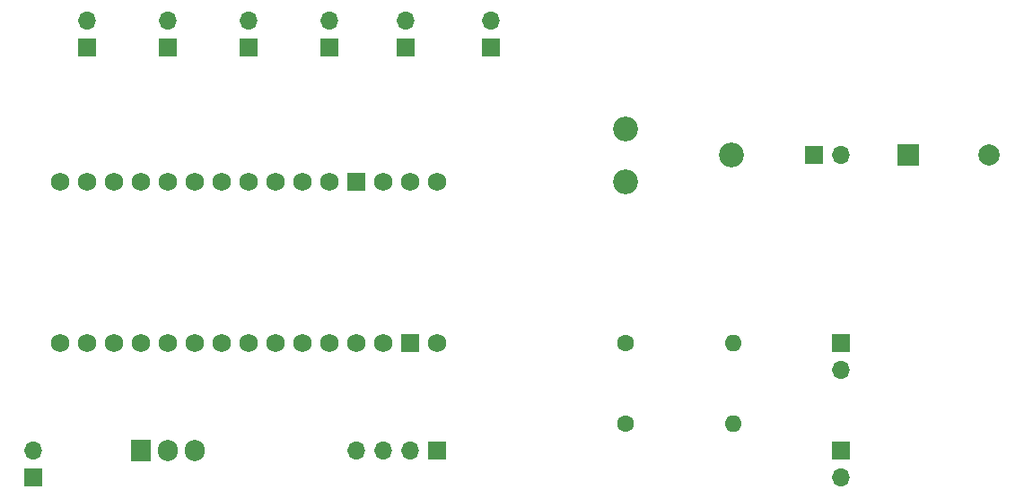
<source format=gbr>
%TF.GenerationSoftware,KiCad,Pcbnew,7.0.7*%
%TF.CreationDate,2023-09-11T15:30:13+03:00*%
%TF.ProjectId,PCB,5043422e-6b69-4636-9164-5f7063625858,rev?*%
%TF.SameCoordinates,Original*%
%TF.FileFunction,Copper,L3,Inr*%
%TF.FilePolarity,Positive*%
%FSLAX46Y46*%
G04 Gerber Fmt 4.6, Leading zero omitted, Abs format (unit mm)*
G04 Created by KiCad (PCBNEW 7.0.7) date 2023-09-11 15:30:13*
%MOMM*%
%LPD*%
G01*
G04 APERTURE LIST*
%TA.AperFunction,ComponentPad*%
%ADD10C,1.727200*%
%TD*%
%TA.AperFunction,ComponentPad*%
%ADD11R,1.727200X1.727200*%
%TD*%
%TA.AperFunction,ComponentPad*%
%ADD12O,1.905000X2.000000*%
%TD*%
%TA.AperFunction,ComponentPad*%
%ADD13R,1.905000X2.000000*%
%TD*%
%TA.AperFunction,ComponentPad*%
%ADD14C,2.340000*%
%TD*%
%TA.AperFunction,ComponentPad*%
%ADD15O,1.600000X1.600000*%
%TD*%
%TA.AperFunction,ComponentPad*%
%ADD16C,1.600000*%
%TD*%
%TA.AperFunction,ComponentPad*%
%ADD17R,1.700000X1.700000*%
%TD*%
%TA.AperFunction,ComponentPad*%
%ADD18O,1.700000X1.700000*%
%TD*%
%TA.AperFunction,ComponentPad*%
%ADD19R,2.000000X2.000000*%
%TD*%
%TA.AperFunction,ComponentPad*%
%ADD20C,2.000000*%
%TD*%
G04 APERTURE END LIST*
D10*
%TO.N,unconnected-(A1-3.3V-Pad3V3)*%
%TO.C,A1*%
X116840000Y-109220000D03*
%TO.N,+5V*%
X142240000Y-109220000D03*
%TO.N,A0-LED_LEFT*%
X121920000Y-109220000D03*
%TO.N,A1-LED_RIGHT*%
X124460000Y-109220000D03*
%TO.N,unconnected-(A1-PadA2)*%
X127000000Y-109220000D03*
%TO.N,unconnected-(A1-PadA3)*%
X129540000Y-109220000D03*
%TO.N,SDA*%
X132080000Y-109220000D03*
%TO.N,SCL*%
X134620000Y-109220000D03*
%TO.N,unconnected-(A1-PadA6)*%
X137160000Y-109220000D03*
%TO.N,unconnected-(A1-PadA7)*%
X139700000Y-109220000D03*
%TO.N,unconnected-(A1-PadAREF)*%
X119380000Y-109220000D03*
%TO.N,unconnected-(A1-D0{slash}RX-PadD0)*%
X147320000Y-93980000D03*
%TO.N,unconnected-(A1-D1{slash}TX-PadD1)*%
X149860000Y-93980000D03*
%TO.N,D2-B_LEFT*%
X139700000Y-93980000D03*
%TO.N,D3-B_RIGHT*%
X137160000Y-93980000D03*
%TO.N,D4-B_S_S*%
X134620000Y-93980000D03*
%TO.N,D5-B_OK*%
X132080000Y-93980000D03*
%TO.N,D6-B_sRESET*%
X129540000Y-93980000D03*
%TO.N,D7-B_*%
X127000000Y-93980000D03*
%TO.N,unconnected-(A1-PadD8)*%
X124460000Y-93980000D03*
%TO.N,D9-BUZZ*%
X121920000Y-93980000D03*
%TO.N,unconnected-(A1-PadD10)*%
X119380000Y-93980000D03*
%TO.N,unconnected-(A1-D11_MOSI-PadD11)*%
X116840000Y-93980000D03*
%TO.N,unconnected-(A1-D12_MISO-PadD12)*%
X114300000Y-93980000D03*
%TO.N,unconnected-(A1-D13_SCK-PadD13)*%
X114300000Y-109220000D03*
D11*
%TO.N,GND*%
X142240000Y-93980000D03*
X147320000Y-109220000D03*
D10*
%TO.N,unconnected-(A1-RESET-PadRST1)*%
X144780000Y-93980000D03*
%TO.N,unconnected-(A1-RESET-PadRST2)*%
X144780000Y-109220000D03*
%TO.N,unconnected-(A1-PadVIN)*%
X149860000Y-109220000D03*
%TD*%
D12*
%TO.N,+5V*%
%TO.C,U1*%
X127000000Y-119380000D03*
%TO.N,GND*%
X124460000Y-119380000D03*
D13*
%TO.N,/V_BAT*%
X121920000Y-119380000D03*
%TD*%
D14*
%TO.N,D9-BUZZ*%
%TO.C,RV1*%
X167640000Y-93980000D03*
%TO.N,Net-(J8-Pin_1)*%
X177640000Y-91480000D03*
X167640000Y-88980000D03*
%TD*%
D15*
%TO.N,Net-(J10-Pin_1)*%
%TO.C,R2*%
X177800000Y-109220000D03*
D16*
%TO.N,A1-LED_RIGHT*%
X167640000Y-109220000D03*
%TD*%
D15*
%TO.N,Net-(J9-Pin_1)*%
%TO.C,R1*%
X177800000Y-116840000D03*
D16*
%TO.N,A0-LED_LEFT*%
X167640000Y-116840000D03*
%TD*%
D17*
%TO.N,GND*%
%TO.C,J11*%
X111760000Y-121920000D03*
D18*
%TO.N,/V_BAT*%
X111760000Y-119380000D03*
%TD*%
D17*
%TO.N,Net-(J10-Pin_1)*%
%TO.C,J10*%
X187960000Y-109220000D03*
D18*
%TO.N,GND*%
X187960000Y-111760000D03*
%TD*%
D17*
%TO.N,Net-(J9-Pin_1)*%
%TO.C,J9*%
X187960000Y-119380000D03*
D18*
%TO.N,GND*%
X187960000Y-121920000D03*
%TD*%
%TO.N,Net-(BZ1--)*%
%TO.C,J8*%
X187960000Y-91440000D03*
D17*
%TO.N,Net-(J8-Pin_1)*%
X185420000Y-91440000D03*
%TD*%
%TO.N,D7-B_*%
%TO.C,J7*%
X116840000Y-81280000D03*
D18*
%TO.N,GND*%
X116840000Y-78740000D03*
%TD*%
D17*
%TO.N,D6-B_sRESET*%
%TO.C,J6*%
X124460000Y-81280000D03*
D18*
%TO.N,GND*%
X124460000Y-78740000D03*
%TD*%
D17*
%TO.N,D5-B_OK*%
%TO.C,J5*%
X132080000Y-81280000D03*
D18*
%TO.N,GND*%
X132080000Y-78740000D03*
%TD*%
%TO.N,GND*%
%TO.C,J4*%
X139700000Y-78740000D03*
D17*
%TO.N,D4-B_S_S*%
X139700000Y-81280000D03*
%TD*%
D18*
%TO.N,GND*%
%TO.C,J3*%
X146890000Y-78740000D03*
D17*
%TO.N,D3-B_RIGHT*%
X146890000Y-81280000D03*
%TD*%
D18*
%TO.N,GND*%
%TO.C,J2*%
X154940000Y-78740000D03*
D17*
%TO.N,D2-B_LEFT*%
X154940000Y-81280000D03*
%TD*%
D19*
%TO.N,Net-(BZ1--)*%
%TO.C,BZ1*%
X194320000Y-91440000D03*
D20*
%TO.N,GND*%
X201920000Y-91440000D03*
%TD*%
D17*
%TO.N,GND*%
%TO.C,J1*%
X149860000Y-119380000D03*
D18*
%TO.N,+5V*%
X147320000Y-119380000D03*
%TO.N,SDA*%
X144780000Y-119380000D03*
%TO.N,SCL*%
X142240000Y-119380000D03*
%TD*%
M02*

</source>
